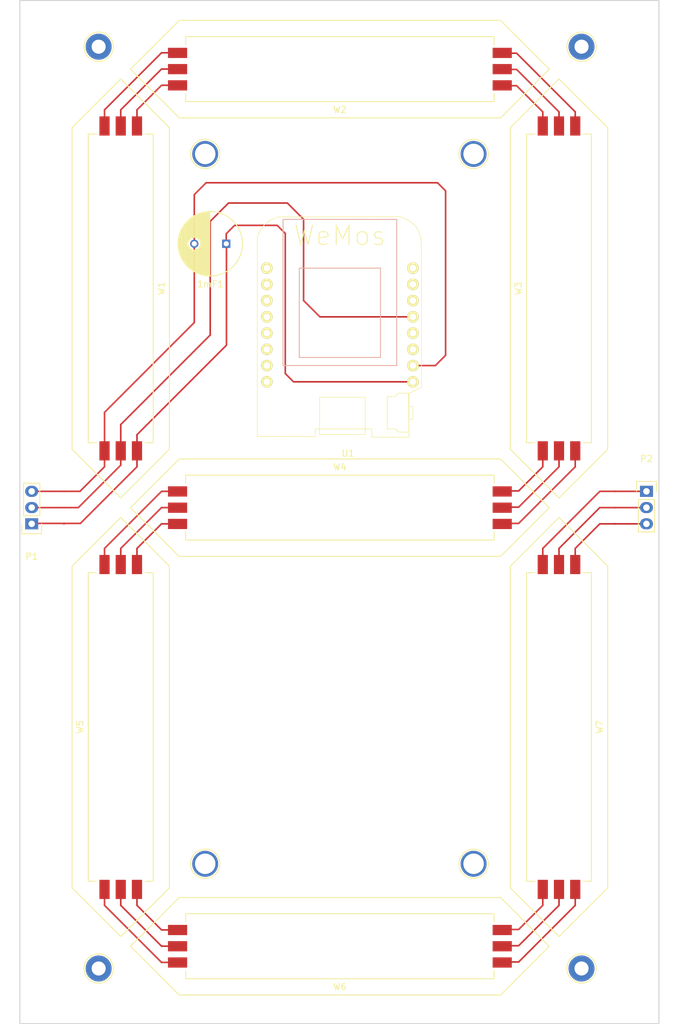
<source format=kicad_pcb>
(kicad_pcb (version 20171130) (host pcbnew "(5.1.4-0-10_14)")

  (general
    (thickness 1.6)
    (drawings 4)
    (tracks 139)
    (zones 0)
    (modules 19)
    (nets 38)
  )

  (page A4 portrait)
  (layers
    (0 F.Cu signal)
    (31 B.Cu signal)
    (32 B.Adhes user)
    (33 F.Adhes user)
    (34 B.Paste user)
    (35 F.Paste user)
    (36 B.SilkS user)
    (37 F.SilkS user)
    (38 B.Mask user)
    (39 F.Mask user)
    (40 Dwgs.User user)
    (41 Cmts.User user)
    (42 Eco1.User user)
    (43 Eco2.User user)
    (44 Edge.Cuts user)
    (45 Margin user)
    (46 B.CrtYd user)
    (47 F.CrtYd user)
    (48 B.Fab user)
    (49 F.Fab user)
  )

  (setup
    (last_trace_width 0.25)
    (trace_clearance 0.2)
    (zone_clearance 0.508)
    (zone_45_only no)
    (trace_min 0.2)
    (via_size 0.6)
    (via_drill 0.4)
    (via_min_size 0.4)
    (via_min_drill 0.3)
    (uvia_size 0.3)
    (uvia_drill 0.1)
    (uvias_allowed no)
    (uvia_min_size 0.2)
    (uvia_min_drill 0.1)
    (edge_width 0.15)
    (segment_width 0.2)
    (pcb_text_width 0.3)
    (pcb_text_size 1.5 1.5)
    (mod_edge_width 0.15)
    (mod_text_size 1 1)
    (mod_text_width 0.15)
    (pad_size 4.064 4.064)
    (pad_drill 3.2)
    (pad_to_mask_clearance 0.2)
    (aux_axis_origin 0 0)
    (visible_elements FFFFFF7F)
    (pcbplotparams
      (layerselection 0x010f0_80000001)
      (usegerberextensions false)
      (usegerberattributes false)
      (usegerberadvancedattributes false)
      (creategerberjobfile false)
      (excludeedgelayer true)
      (linewidth 0.100000)
      (plotframeref false)
      (viasonmask false)
      (mode 1)
      (useauxorigin false)
      (hpglpennumber 1)
      (hpglpenspeed 20)
      (hpglpendiameter 15.000000)
      (psnegative false)
      (psa4output false)
      (plotreference true)
      (plotvalue true)
      (plotinvisibletext false)
      (padsonsilk false)
      (subtractmaskfromsilk false)
      (outputformat 1)
      (mirror false)
      (drillshape 0)
      (scaleselection 1)
      (outputdirectory "gerbers/"))
  )

  (net 0 "")
  (net 1 "Net-(1mF1-Pad1)")
  (net 2 "Net-(1mF1-Pad2)")
  (net 3 "Net-(P1-Pad2)")
  (net 4 "Net-(P2-Pad1)")
  (net 5 "Net-(P2-Pad2)")
  (net 6 "Net-(P2-Pad3)")
  (net 7 "Net-(U1-Pad8)")
  (net 8 "Net-(U1-Pad7)")
  (net 9 "Net-(U1-Pad6)")
  (net 10 "Net-(U1-Pad4)")
  (net 11 "Net-(U1-Pad3)")
  (net 12 "Net-(U1-Pad16)")
  (net 13 "Net-(U1-Pad15)")
  (net 14 "Net-(U1-Pad14)")
  (net 15 "Net-(U1-Pad13)")
  (net 16 "Net-(U1-Pad12)")
  (net 17 "Net-(U1-Pad11)")
  (net 18 "Net-(U1-Pad10)")
  (net 19 "Net-(U1-Pad9)")
  (net 20 "Net-(W1-Pad4)")
  (net 21 "Net-(W1-Pad5)")
  (net 22 "Net-(W1-Pad6)")
  (net 23 "Net-(W2-Pad4)")
  (net 24 "Net-(W2-Pad5)")
  (net 25 "Net-(W2-Pad6)")
  (net 26 "Net-(W3-Pad4)")
  (net 27 "Net-(W3-Pad5)")
  (net 28 "Net-(W3-Pad6)")
  (net 29 "Net-(W4-Pad4)")
  (net 30 "Net-(W4-Pad5)")
  (net 31 "Net-(W4-Pad6)")
  (net 32 "Net-(W5-Pad4)")
  (net 33 "Net-(W5-Pad5)")
  (net 34 "Net-(W5-Pad6)")
  (net 35 "Net-(W6-Pad4)")
  (net 36 "Net-(W6-Pad5)")
  (net 37 "Net-(W6-Pad6)")

  (net_class Default "This is the default net class."
    (clearance 0.2)
    (trace_width 0.25)
    (via_dia 0.6)
    (via_drill 0.4)
    (uvia_dia 0.3)
    (uvia_drill 0.1)
    (add_net "Net-(1mF1-Pad1)")
    (add_net "Net-(1mF1-Pad2)")
    (add_net "Net-(P1-Pad2)")
    (add_net "Net-(P2-Pad1)")
    (add_net "Net-(P2-Pad2)")
    (add_net "Net-(P2-Pad3)")
    (add_net "Net-(U1-Pad10)")
    (add_net "Net-(U1-Pad11)")
    (add_net "Net-(U1-Pad12)")
    (add_net "Net-(U1-Pad13)")
    (add_net "Net-(U1-Pad14)")
    (add_net "Net-(U1-Pad15)")
    (add_net "Net-(U1-Pad16)")
    (add_net "Net-(U1-Pad3)")
    (add_net "Net-(U1-Pad4)")
    (add_net "Net-(U1-Pad6)")
    (add_net "Net-(U1-Pad7)")
    (add_net "Net-(U1-Pad8)")
    (add_net "Net-(U1-Pad9)")
    (add_net "Net-(W1-Pad4)")
    (add_net "Net-(W1-Pad5)")
    (add_net "Net-(W1-Pad6)")
    (add_net "Net-(W2-Pad4)")
    (add_net "Net-(W2-Pad5)")
    (add_net "Net-(W2-Pad6)")
    (add_net "Net-(W3-Pad4)")
    (add_net "Net-(W3-Pad5)")
    (add_net "Net-(W3-Pad6)")
    (add_net "Net-(W4-Pad4)")
    (add_net "Net-(W4-Pad5)")
    (add_net "Net-(W4-Pad6)")
    (add_net "Net-(W5-Pad4)")
    (add_net "Net-(W5-Pad5)")
    (add_net "Net-(W5-Pad6)")
    (add_net "Net-(W6-Pad4)")
    (add_net "Net-(W6-Pad5)")
    (add_net "Net-(W6-Pad6)")
  )

  (module Connectors:1pin (layer F.Cu) (tedit 5BF58B3C) (tstamp 5BF6EB0C)
    (at 77 170)
    (descr "module 1 pin (ou trou mecanique de percage)")
    (tags DEV)
    (fp_text reference REF** (at 0 -3.048) (layer F.SilkS) hide
      (effects (font (size 1 1) (thickness 0.15)))
    )
    (fp_text value 1pin (at 0 2.794) (layer F.Fab) hide
      (effects (font (size 1 1) (thickness 0.15)))
    )
    (fp_circle (center 0 0) (end 0 -2.286) (layer F.SilkS) (width 0.15))
    (pad 1 thru_hole circle (at 0 0) (size 4.064 4.064) (drill 3.2) (layers F.Cu F.Mask))
  )

  (module Connectors:1pin (layer F.Cu) (tedit 5BF58B3C) (tstamp 5BF6EAE1)
    (at 119 170)
    (descr "module 1 pin (ou trou mecanique de percage)")
    (tags DEV)
    (fp_text reference REF** (at 0 -3.048) (layer F.SilkS) hide
      (effects (font (size 1 1) (thickness 0.15)))
    )
    (fp_text value 1pin (at 0 2.794) (layer F.Fab) hide
      (effects (font (size 1 1) (thickness 0.15)))
    )
    (fp_circle (center 0 0) (end 0 -2.286) (layer F.SilkS) (width 0.15))
    (pad 1 thru_hole circle (at 0 0) (size 4.064 4.064) (drill 3.2) (layers F.Cu F.Mask))
  )

  (module Capacitors_THT:C_Radial_D10_L16_P5 (layer F.Cu) (tedit 5BF589B3) (tstamp 5BF4DE28)
    (at 80.295 73.04 180)
    (descr "Radial Electrolytic Capacitor 10mm x Length 16mm, Pitch 5mm")
    (tags "Electrolytic Capacitor")
    (path /5BEB59B9)
    (fp_text reference 1mF1 (at 2.5 -6.3 180) (layer F.SilkS)
      (effects (font (size 1 1) (thickness 0.15)))
    )
    (fp_text value CP (at 2.5 6.3 180) (layer F.Fab)
      (effects (font (size 1 1) (thickness 0.15)))
    )
    (fp_line (start 2.575 -4.999) (end 2.575 4.999) (layer F.SilkS) (width 0.15))
    (fp_line (start 2.715 -4.995) (end 2.715 4.995) (layer F.SilkS) (width 0.15))
    (fp_line (start 2.855 -4.987) (end 2.855 4.987) (layer F.SilkS) (width 0.15))
    (fp_line (start 2.995 -4.975) (end 2.995 4.975) (layer F.SilkS) (width 0.15))
    (fp_line (start 3.135 -4.96) (end 3.135 4.96) (layer F.SilkS) (width 0.15))
    (fp_line (start 3.275 -4.94) (end 3.275 4.94) (layer F.SilkS) (width 0.15))
    (fp_line (start 3.415 -4.916) (end 3.415 4.916) (layer F.SilkS) (width 0.15))
    (fp_line (start 3.555 -4.887) (end 3.555 4.887) (layer F.SilkS) (width 0.15))
    (fp_line (start 3.695 -4.855) (end 3.695 4.855) (layer F.SilkS) (width 0.15))
    (fp_line (start 3.835 -4.818) (end 3.835 4.818) (layer F.SilkS) (width 0.15))
    (fp_line (start 3.975 -4.777) (end 3.975 4.777) (layer F.SilkS) (width 0.15))
    (fp_line (start 4.115 -4.732) (end 4.115 -0.466) (layer F.SilkS) (width 0.15))
    (fp_line (start 4.115 0.466) (end 4.115 4.732) (layer F.SilkS) (width 0.15))
    (fp_line (start 4.255 -4.682) (end 4.255 -0.667) (layer F.SilkS) (width 0.15))
    (fp_line (start 4.255 0.667) (end 4.255 4.682) (layer F.SilkS) (width 0.15))
    (fp_line (start 4.395 -4.627) (end 4.395 -0.796) (layer F.SilkS) (width 0.15))
    (fp_line (start 4.395 0.796) (end 4.395 4.627) (layer F.SilkS) (width 0.15))
    (fp_line (start 4.535 -4.567) (end 4.535 -0.885) (layer F.SilkS) (width 0.15))
    (fp_line (start 4.535 0.885) (end 4.535 4.567) (layer F.SilkS) (width 0.15))
    (fp_line (start 4.675 -4.502) (end 4.675 -0.946) (layer F.SilkS) (width 0.15))
    (fp_line (start 4.675 0.946) (end 4.675 4.502) (layer F.SilkS) (width 0.15))
    (fp_line (start 4.815 -4.432) (end 4.815 -0.983) (layer F.SilkS) (width 0.15))
    (fp_line (start 4.815 0.983) (end 4.815 4.432) (layer F.SilkS) (width 0.15))
    (fp_line (start 4.955 -4.356) (end 4.955 -0.999) (layer F.SilkS) (width 0.15))
    (fp_line (start 4.955 0.999) (end 4.955 4.356) (layer F.SilkS) (width 0.15))
    (fp_line (start 5.095 -4.274) (end 5.095 -0.995) (layer F.SilkS) (width 0.15))
    (fp_line (start 5.095 0.995) (end 5.095 4.274) (layer F.SilkS) (width 0.15))
    (fp_line (start 5.235 -4.186) (end 5.235 -0.972) (layer F.SilkS) (width 0.15))
    (fp_line (start 5.235 0.972) (end 5.235 4.186) (layer F.SilkS) (width 0.15))
    (fp_line (start 5.375 -4.091) (end 5.375 -0.927) (layer F.SilkS) (width 0.15))
    (fp_line (start 5.375 0.927) (end 5.375 4.091) (layer F.SilkS) (width 0.15))
    (fp_line (start 5.515 -3.989) (end 5.515 -0.857) (layer F.SilkS) (width 0.15))
    (fp_line (start 5.515 0.857) (end 5.515 3.989) (layer F.SilkS) (width 0.15))
    (fp_line (start 5.655 -3.879) (end 5.655 -0.756) (layer F.SilkS) (width 0.15))
    (fp_line (start 5.655 0.756) (end 5.655 3.879) (layer F.SilkS) (width 0.15))
    (fp_line (start 5.795 -3.761) (end 5.795 -0.607) (layer F.SilkS) (width 0.15))
    (fp_line (start 5.795 0.607) (end 5.795 3.761) (layer F.SilkS) (width 0.15))
    (fp_line (start 5.935 -3.633) (end 5.935 -0.355) (layer F.SilkS) (width 0.15))
    (fp_line (start 5.935 0.355) (end 5.935 3.633) (layer F.SilkS) (width 0.15))
    (fp_line (start 6.075 -3.496) (end 6.075 3.496) (layer F.SilkS) (width 0.15))
    (fp_line (start 6.215 -3.346) (end 6.215 3.346) (layer F.SilkS) (width 0.15))
    (fp_line (start 6.355 -3.184) (end 6.355 3.184) (layer F.SilkS) (width 0.15))
    (fp_line (start 6.495 -3.007) (end 6.495 3.007) (layer F.SilkS) (width 0.15))
    (fp_line (start 6.635 -2.811) (end 6.635 2.811) (layer F.SilkS) (width 0.15))
    (fp_line (start 6.775 -2.593) (end 6.775 2.593) (layer F.SilkS) (width 0.15))
    (fp_line (start 6.915 -2.347) (end 6.915 2.347) (layer F.SilkS) (width 0.15))
    (fp_line (start 7.055 -2.062) (end 7.055 2.062) (layer F.SilkS) (width 0.15))
    (fp_line (start 7.195 -1.72) (end 7.195 1.72) (layer F.SilkS) (width 0.15))
    (fp_line (start 7.335 -1.274) (end 7.335 1.274) (layer F.SilkS) (width 0.15))
    (fp_line (start 7.475 -0.499) (end 7.475 0.499) (layer F.SilkS) (width 0.15))
    (fp_circle (center 5 0) (end 5 -1) (layer F.SilkS) (width 0.15))
    (fp_circle (center 2.5 0) (end 2.5 -5.0375) (layer F.SilkS) (width 0.15))
    (fp_circle (center 2.5 0) (end 2.5 -5.3) (layer F.CrtYd) (width 0.05))
    (pad 1 thru_hole rect (at 0 0 180) (size 1.3 1.3) (drill 0.8) (layers F.Cu F.Mask)
      (net 1 "Net-(1mF1-Pad1)"))
    (pad 2 thru_hole circle (at 5 0 180) (size 1.3 1.3) (drill 0.8) (layers F.Cu F.Mask)
      (net 2 "Net-(1mF1-Pad2)"))
    (model Capacitors_ThroughHole.3dshapes/C_Radial_D10_L16_P5.wrl
      (offset (xyz 2.500000042453766 0 0))
      (scale (xyz 1 1 1))
      (rotate (xyz 0 0 90))
    )
  )

  (module Pin_Headers:Pin_Header_Straight_1x03 (layer F.Cu) (tedit 5BF589A1) (tstamp 5BF4DE3A)
    (at 49.8475 116.84 180)
    (descr "Through hole pin header")
    (tags "pin header")
    (path /5BEB3ED0)
    (fp_text reference P1 (at 0 -5.1 180) (layer F.SilkS)
      (effects (font (size 1 1) (thickness 0.15)))
    )
    (fp_text value CONN_01X03 (at 0 -3.1 180) (layer F.Fab)
      (effects (font (size 1 1) (thickness 0.15)))
    )
    (fp_line (start -1.75 -1.75) (end -1.75 6.85) (layer F.CrtYd) (width 0.05))
    (fp_line (start 1.75 -1.75) (end 1.75 6.85) (layer F.CrtYd) (width 0.05))
    (fp_line (start -1.75 -1.75) (end 1.75 -1.75) (layer F.CrtYd) (width 0.05))
    (fp_line (start -1.75 6.85) (end 1.75 6.85) (layer F.CrtYd) (width 0.05))
    (fp_line (start -1.27 1.27) (end -1.27 6.35) (layer F.SilkS) (width 0.15))
    (fp_line (start -1.27 6.35) (end 1.27 6.35) (layer F.SilkS) (width 0.15))
    (fp_line (start 1.27 6.35) (end 1.27 1.27) (layer F.SilkS) (width 0.15))
    (fp_line (start 1.55 -1.55) (end 1.55 0) (layer F.SilkS) (width 0.15))
    (fp_line (start 1.27 1.27) (end -1.27 1.27) (layer F.SilkS) (width 0.15))
    (fp_line (start -1.55 0) (end -1.55 -1.55) (layer F.SilkS) (width 0.15))
    (fp_line (start -1.55 -1.55) (end 1.55 -1.55) (layer F.SilkS) (width 0.15))
    (pad 1 thru_hole rect (at 0 0 180) (size 2.032 1.7272) (drill 1.016) (layers F.Cu F.Mask)
      (net 1 "Net-(1mF1-Pad1)"))
    (pad 2 thru_hole oval (at 0 2.54 180) (size 2.032 1.7272) (drill 1.016) (layers F.Cu F.Mask)
      (net 3 "Net-(P1-Pad2)"))
    (pad 3 thru_hole oval (at 0 5.08 180) (size 2.032 1.7272) (drill 1.016) (layers F.Cu F.Mask)
      (net 2 "Net-(1mF1-Pad2)"))
    (model Pin_Headers.3dshapes/Pin_Header_Straight_1x03.wrl
      (offset (xyz 0 -2.539999961853027 0))
      (scale (xyz 1 1 1))
      (rotate (xyz 0 0 90))
    )
  )

  (module Pin_Headers:Pin_Header_Straight_1x03 (layer F.Cu) (tedit 5BF58989) (tstamp 5BF4DE4C)
    (at 146.05 111.76)
    (descr "Through hole pin header")
    (tags "pin header")
    (path /5BEB3179)
    (fp_text reference P2 (at 0 -5.1) (layer F.SilkS)
      (effects (font (size 1 1) (thickness 0.15)))
    )
    (fp_text value CONN_01X03 (at 0 -3.1) (layer F.Fab)
      (effects (font (size 1 1) (thickness 0.15)))
    )
    (fp_line (start -1.75 -1.75) (end -1.75 6.85) (layer F.CrtYd) (width 0.05))
    (fp_line (start 1.75 -1.75) (end 1.75 6.85) (layer F.CrtYd) (width 0.05))
    (fp_line (start -1.75 -1.75) (end 1.75 -1.75) (layer F.CrtYd) (width 0.05))
    (fp_line (start -1.75 6.85) (end 1.75 6.85) (layer F.CrtYd) (width 0.05))
    (fp_line (start -1.27 1.27) (end -1.27 6.35) (layer F.SilkS) (width 0.15))
    (fp_line (start -1.27 6.35) (end 1.27 6.35) (layer F.SilkS) (width 0.15))
    (fp_line (start 1.27 6.35) (end 1.27 1.27) (layer F.SilkS) (width 0.15))
    (fp_line (start 1.55 -1.55) (end 1.55 0) (layer F.SilkS) (width 0.15))
    (fp_line (start 1.27 1.27) (end -1.27 1.27) (layer F.SilkS) (width 0.15))
    (fp_line (start -1.55 0) (end -1.55 -1.55) (layer F.SilkS) (width 0.15))
    (fp_line (start -1.55 -1.55) (end 1.55 -1.55) (layer F.SilkS) (width 0.15))
    (pad 1 thru_hole rect (at 0 0) (size 2.032 1.7272) (drill 1.016) (layers F.Cu F.Mask)
      (net 4 "Net-(P2-Pad1)"))
    (pad 2 thru_hole oval (at 0 2.54) (size 2.032 1.7272) (drill 1.016) (layers F.Cu F.Mask)
      (net 5 "Net-(P2-Pad2)"))
    (pad 3 thru_hole oval (at 0 5.08) (size 2.032 1.7272) (drill 1.016) (layers F.Cu F.Mask)
      (net 6 "Net-(P2-Pad3)"))
    (model Pin_Headers.3dshapes/Pin_Header_Straight_1x03.wrl
      (offset (xyz 0 -2.539999961853027 0))
      (scale (xyz 1 1 1))
      (rotate (xyz 0 0 90))
    )
  )

  (module wemos_d1_mini:D1_mini_board (layer F.Cu) (tedit 5BF58A34) (tstamp 5BF4DE92)
    (at 98.075 87.01)
    (path /5BEB4823)
    (fp_text reference U1 (at 1.27 18.81) (layer F.SilkS)
      (effects (font (size 1 1) (thickness 0.15)))
    )
    (fp_text value WeMos_mini (at 1.27 -19.05) (layer F.Fab)
      (effects (font (size 1 1) (thickness 0.15)))
    )
    (fp_text user WeMos (at 0 -15.24) (layer F.SilkS)
      (effects (font (size 3 3) (thickness 0.15)))
    )
    (fp_line (start -6.35 3.81) (end -6.35 -10.16) (layer B.SilkS) (width 0.15))
    (fp_line (start -6.35 -10.16) (end 6.35 -10.16) (layer B.SilkS) (width 0.15))
    (fp_line (start 6.35 -10.16) (end 6.35 3.81) (layer B.SilkS) (width 0.15))
    (fp_line (start 6.35 3.81) (end -6.35 3.81) (layer B.SilkS) (width 0.15))
    (fp_line (start -8.89 5.08) (end 8.89 5.08) (layer B.SilkS) (width 0.15))
    (fp_line (start 8.89 5.08) (end 8.89 -17.78) (layer B.SilkS) (width 0.15))
    (fp_line (start 8.89 -17.78) (end -8.89 -17.78) (layer B.SilkS) (width 0.15))
    (fp_line (start -8.89 -17.78) (end -8.89 5.08) (layer B.SilkS) (width 0.15))
    (fp_line (start 10.817472 16.277228) (end 5.00618 16.277228) (layer F.SilkS) (width 0.1))
    (fp_line (start 5.00618 16.277228) (end 4.979849 14.993795) (layer F.SilkS) (width 0.1))
    (fp_line (start 4.979849 14.993795) (end -3.851373 15.000483) (layer F.SilkS) (width 0.1))
    (fp_line (start -3.851373 15.000483) (end -3.849397 16.202736) (layer F.SilkS) (width 0.1))
    (fp_line (start -3.849397 16.202736) (end -12.930193 16.176658) (layer F.SilkS) (width 0.1))
    (fp_line (start -12.930193 16.176658) (end -12.916195 -14.993493) (layer F.SilkS) (width 0.1))
    (fp_line (start -12.916195 -14.993493) (end -12.683384 -15.596286) (layer F.SilkS) (width 0.1))
    (fp_line (start -12.683384 -15.596286) (end -12.399901 -16.141167) (layer F.SilkS) (width 0.1))
    (fp_line (start -12.399901 -16.141167) (end -12.065253 -16.627577) (layer F.SilkS) (width 0.1))
    (fp_line (start -12.065253 -16.627577) (end -11.678953 -17.054952) (layer F.SilkS) (width 0.1))
    (fp_line (start -11.678953 -17.054952) (end -11.240512 -17.422741) (layer F.SilkS) (width 0.1))
    (fp_line (start -11.240512 -17.422741) (end -10.74944 -17.730377) (layer F.SilkS) (width 0.1))
    (fp_line (start -10.74944 -17.730377) (end -10.20525 -17.97731) (layer F.SilkS) (width 0.1))
    (fp_line (start -10.20525 -17.97731) (end -9.607453 -18.162976) (layer F.SilkS) (width 0.1))
    (fp_line (start -9.607453 -18.162976) (end 9.43046 -18.191734) (layer F.SilkS) (width 0.1))
    (fp_line (start 9.43046 -18.191734) (end 10.049824 -17.957741) (layer F.SilkS) (width 0.1))
    (fp_line (start 10.049824 -17.957741) (end 10.638018 -17.673258) (layer F.SilkS) (width 0.1))
    (fp_line (start 10.638018 -17.673258) (end 11.181445 -17.323743) (layer F.SilkS) (width 0.1))
    (fp_line (start 11.181445 -17.323743) (end 11.666503 -16.894658) (layer F.SilkS) (width 0.1))
    (fp_line (start 11.666503 -16.894658) (end 12.079595 -16.37146) (layer F.SilkS) (width 0.1))
    (fp_line (start 12.079595 -16.37146) (end 12.407122 -15.739613) (layer F.SilkS) (width 0.1))
    (fp_line (start 12.407122 -15.739613) (end 12.635482 -14.984575) (layer F.SilkS) (width 0.1))
    (fp_line (start 12.635482 -14.984575) (end 12.751078 -14.091807) (layer F.SilkS) (width 0.1))
    (fp_line (start 12.751078 -14.091807) (end 12.776026 8.463285) (layer F.SilkS) (width 0.1))
    (fp_line (start 12.776026 8.463285) (end 10.83248 9.424181) (layer F.SilkS) (width 0.1))
    (fp_line (start 10.83248 9.424181) (end 10.802686 16.232524) (layer F.SilkS) (width 0.1))
    (fp_line (start -3.17965 10.051451) (end 3.959931 10.051451) (layer F.SilkS) (width 0.1))
    (fp_line (start 3.959931 10.051451) (end 3.959931 15.865188) (layer F.SilkS) (width 0.1))
    (fp_line (start 3.959931 15.865188) (end -3.17965 15.865188) (layer F.SilkS) (width 0.1))
    (fp_line (start -3.17965 15.865188) (end -3.17965 10.051451) (layer F.SilkS) (width 0.1))
    (fp_line (start 10.7436 9.402349) (end 9.191378 9.402349) (layer F.SilkS) (width 0.1))
    (fp_line (start 9.191378 9.402349) (end 8.662211 9.931515) (layer F.SilkS) (width 0.1))
    (fp_line (start 8.662211 9.931515) (end 7.40985 9.931515) (layer F.SilkS) (width 0.1))
    (fp_line (start 7.40985 9.931515) (end 7.40985 14.993876) (layer F.SilkS) (width 0.1))
    (fp_line (start 7.40985 14.993876) (end 8.697489 14.993876) (layer F.SilkS) (width 0.1))
    (fp_line (start 8.697489 14.993876) (end 9.226656 15.487765) (layer F.SilkS) (width 0.1))
    (fp_line (start 9.226656 15.487765) (end 10.796517 15.487765) (layer F.SilkS) (width 0.1))
    (fp_line (start 10.796517 15.487765) (end 10.7436 9.402349) (layer F.SilkS) (width 0.1))
    (fp_line (start 10.778878 11.483738) (end 11.431517 11.483738) (layer F.SilkS) (width 0.1))
    (fp_line (start 11.431517 11.483738) (end 11.431517 13.476932) (layer F.SilkS) (width 0.1))
    (fp_line (start 11.431517 13.476932) (end 10.814156 13.476932) (layer F.SilkS) (width 0.1))
    (pad 8 thru_hole circle (at -11.43 -10.16) (size 1.8 1.8) (drill 1.016) (layers F.Cu F.SilkS F.Mask)
      (net 7 "Net-(U1-Pad8)"))
    (pad 7 thru_hole circle (at -11.43 -7.62) (size 1.8 1.8) (drill 1.016) (layers F.Cu F.SilkS F.Mask)
      (net 8 "Net-(U1-Pad7)"))
    (pad 6 thru_hole circle (at -11.43 -5.08) (size 1.8 1.8) (drill 1.016) (layers F.Cu F.SilkS F.Mask)
      (net 9 "Net-(U1-Pad6)"))
    (pad 5 thru_hole circle (at -11.43 -2.54) (size 1.8 1.8) (drill 1.016) (layers F.Cu F.SilkS F.Mask)
      (net 3 "Net-(P1-Pad2)"))
    (pad 4 thru_hole circle (at -11.43 0) (size 1.8 1.8) (drill 1.016) (layers F.Cu F.SilkS F.Mask)
      (net 10 "Net-(U1-Pad4)"))
    (pad 3 thru_hole circle (at -11.43 2.54) (size 1.8 1.8) (drill 1.016) (layers F.Cu F.SilkS F.Mask)
      (net 11 "Net-(U1-Pad3)"))
    (pad 2 thru_hole circle (at -11.43 5.08) (size 1.8 1.8) (drill 1.016) (layers F.Cu F.SilkS F.Mask)
      (net 2 "Net-(1mF1-Pad2)"))
    (pad 1 thru_hole circle (at -11.43 7.62) (size 1.8 1.8) (drill 1.016) (layers F.Cu F.SilkS F.Mask)
      (net 1 "Net-(1mF1-Pad1)"))
    (pad 16 thru_hole circle (at 11.43 7.62) (size 1.8 1.8) (drill 1.016) (layers F.Cu F.SilkS F.Mask)
      (net 12 "Net-(U1-Pad16)"))
    (pad 15 thru_hole circle (at 11.43 5.08) (size 1.8 1.8) (drill 1.016) (layers F.Cu F.SilkS F.Mask)
      (net 13 "Net-(U1-Pad15)"))
    (pad 14 thru_hole circle (at 11.43 2.54) (size 1.8 1.8) (drill 1.016) (layers F.Cu F.SilkS F.Mask)
      (net 14 "Net-(U1-Pad14)"))
    (pad 13 thru_hole circle (at 11.43 0) (size 1.8 1.8) (drill 1.016) (layers F.Cu F.SilkS F.Mask)
      (net 15 "Net-(U1-Pad13)"))
    (pad 12 thru_hole circle (at 11.43 -2.54) (size 1.8 1.8) (drill 1.016) (layers F.Cu F.SilkS F.Mask)
      (net 16 "Net-(U1-Pad12)"))
    (pad 11 thru_hole circle (at 11.43 -5.08) (size 1.8 1.8) (drill 1.016) (layers F.Cu F.SilkS F.Mask)
      (net 17 "Net-(U1-Pad11)"))
    (pad 10 thru_hole circle (at 11.43 -7.62) (size 1.8 1.8) (drill 1.016) (layers F.Cu F.SilkS F.Mask)
      (net 18 "Net-(U1-Pad10)"))
    (pad 9 thru_hole circle (at 11.43 -10.16) (size 1.8 1.8) (drill 1.016) (layers F.Cu F.SilkS F.Mask)
      (net 19 "Net-(U1-Pad9)"))
  )

  (module WS2812Bx3:WS2812b (layer F.Cu) (tedit 5BF47113) (tstamp 5BF4DEA2)
    (at 63.785 80.025 90)
    (path /5BF48DC6)
    (fp_text reference W1 (at 0 6.35 90) (layer F.SilkS)
      (effects (font (size 1 1) (thickness 0.15)))
    )
    (fp_text value WS2812Bx3 (at 0 -6.35 90) (layer F.Fab) hide
      (effects (font (size 1 1) (thickness 0.15)))
    )
    (fp_line (start -32.766 0) (end -25.146 -7.62) (layer F.SilkS) (width 0.15))
    (fp_line (start -25.146 -7.62) (end 25.146 -7.62) (layer F.SilkS) (width 0.15))
    (fp_line (start 25.146 -7.62) (end 32.766 0) (layer F.SilkS) (width 0.15))
    (fp_line (start 32.766 0) (end 25.146 7.62) (layer F.SilkS) (width 0.15))
    (fp_line (start 25.146 7.62) (end -25.146 7.62) (layer F.SilkS) (width 0.15))
    (fp_line (start -25.146 7.62) (end -32.766 0) (layer F.SilkS) (width 0.15))
    (fp_line (start -24.13 3.81) (end -24.13 5.08) (layer F.SilkS) (width 0.15))
    (fp_line (start -24.13 5.08) (end 24.13 5.08) (layer F.SilkS) (width 0.15))
    (fp_line (start 24.13 5.08) (end 24.13 3.81) (layer F.SilkS) (width 0.15))
    (fp_line (start 24.13 -3.81) (end 24.13 -5.08) (layer F.SilkS) (width 0.15))
    (fp_line (start 24.13 -5.08) (end -24.13 -5.08) (layer F.SilkS) (width 0.15))
    (fp_line (start -24.13 -5.08) (end -24.13 -3.81) (layer F.SilkS) (width 0.15))
    (pad 1 smd rect (at -25.4 -2.54 90) (size 3 1.6) (layers F.Cu F.Paste F.Mask)
      (net 2 "Net-(1mF1-Pad2)"))
    (pad 2 smd rect (at -25.4 0 90) (size 3 1.6) (layers F.Cu F.Paste F.Mask)
      (net 3 "Net-(P1-Pad2)"))
    (pad 3 smd rect (at -25.4 2.54 90) (size 3 1.6) (layers F.Cu F.Paste F.Mask)
      (net 1 "Net-(1mF1-Pad1)"))
    (pad 6 smd rect (at 25.4 -2.54 90) (size 3 1.6) (layers F.Cu F.Paste F.Mask)
      (net 22 "Net-(W1-Pad6)"))
    (pad 5 smd rect (at 25.4 0 90) (size 3 1.6) (layers F.Cu F.Paste F.Mask)
      (net 21 "Net-(W1-Pad5)"))
    (pad 4 smd rect (at 25.4 2.54 90) (size 3 1.6) (layers F.Cu F.Paste F.Mask)
      (net 20 "Net-(W1-Pad4)"))
  )

  (module WS2812Bx3:WS2812b (layer F.Cu) (tedit 5BF47113) (tstamp 5BF4DEB2)
    (at 98.075 45.735)
    (path /5BF491B6)
    (fp_text reference W2 (at 0 6.35) (layer F.SilkS)
      (effects (font (size 1 1) (thickness 0.15)))
    )
    (fp_text value WS2812Bx3 (at 0 -6.35) (layer F.Fab) hide
      (effects (font (size 1 1) (thickness 0.15)))
    )
    (fp_line (start -32.766 0) (end -25.146 -7.62) (layer F.SilkS) (width 0.15))
    (fp_line (start -25.146 -7.62) (end 25.146 -7.62) (layer F.SilkS) (width 0.15))
    (fp_line (start 25.146 -7.62) (end 32.766 0) (layer F.SilkS) (width 0.15))
    (fp_line (start 32.766 0) (end 25.146 7.62) (layer F.SilkS) (width 0.15))
    (fp_line (start 25.146 7.62) (end -25.146 7.62) (layer F.SilkS) (width 0.15))
    (fp_line (start -25.146 7.62) (end -32.766 0) (layer F.SilkS) (width 0.15))
    (fp_line (start -24.13 3.81) (end -24.13 5.08) (layer F.SilkS) (width 0.15))
    (fp_line (start -24.13 5.08) (end 24.13 5.08) (layer F.SilkS) (width 0.15))
    (fp_line (start 24.13 5.08) (end 24.13 3.81) (layer F.SilkS) (width 0.15))
    (fp_line (start 24.13 -3.81) (end 24.13 -5.08) (layer F.SilkS) (width 0.15))
    (fp_line (start 24.13 -5.08) (end -24.13 -5.08) (layer F.SilkS) (width 0.15))
    (fp_line (start -24.13 -5.08) (end -24.13 -3.81) (layer F.SilkS) (width 0.15))
    (pad 1 smd rect (at -25.4 -2.54) (size 3 1.6) (layers F.Cu F.Paste F.Mask)
      (net 22 "Net-(W1-Pad6)"))
    (pad 2 smd rect (at -25.4 0) (size 3 1.6) (layers F.Cu F.Paste F.Mask)
      (net 21 "Net-(W1-Pad5)"))
    (pad 3 smd rect (at -25.4 2.54) (size 3 1.6) (layers F.Cu F.Paste F.Mask)
      (net 20 "Net-(W1-Pad4)"))
    (pad 6 smd rect (at 25.4 -2.54) (size 3 1.6) (layers F.Cu F.Paste F.Mask)
      (net 25 "Net-(W2-Pad6)"))
    (pad 5 smd rect (at 25.4 0) (size 3 1.6) (layers F.Cu F.Paste F.Mask)
      (net 24 "Net-(W2-Pad5)"))
    (pad 4 smd rect (at 25.4 2.54) (size 3 1.6) (layers F.Cu F.Paste F.Mask)
      (net 23 "Net-(W2-Pad4)"))
  )

  (module WS2812Bx3:WS2812b (layer F.Cu) (tedit 5BF47113) (tstamp 5BF4DEC2)
    (at 132.365 80.025 270)
    (path /5BF49314)
    (fp_text reference W3 (at 0 6.35 270) (layer F.SilkS)
      (effects (font (size 1 1) (thickness 0.15)))
    )
    (fp_text value WS2812Bx3 (at 0 -6.35 270) (layer F.Fab) hide
      (effects (font (size 1 1) (thickness 0.15)))
    )
    (fp_line (start -32.766 0) (end -25.146 -7.62) (layer F.SilkS) (width 0.15))
    (fp_line (start -25.146 -7.62) (end 25.146 -7.62) (layer F.SilkS) (width 0.15))
    (fp_line (start 25.146 -7.62) (end 32.766 0) (layer F.SilkS) (width 0.15))
    (fp_line (start 32.766 0) (end 25.146 7.62) (layer F.SilkS) (width 0.15))
    (fp_line (start 25.146 7.62) (end -25.146 7.62) (layer F.SilkS) (width 0.15))
    (fp_line (start -25.146 7.62) (end -32.766 0) (layer F.SilkS) (width 0.15))
    (fp_line (start -24.13 3.81) (end -24.13 5.08) (layer F.SilkS) (width 0.15))
    (fp_line (start -24.13 5.08) (end 24.13 5.08) (layer F.SilkS) (width 0.15))
    (fp_line (start 24.13 5.08) (end 24.13 3.81) (layer F.SilkS) (width 0.15))
    (fp_line (start 24.13 -3.81) (end 24.13 -5.08) (layer F.SilkS) (width 0.15))
    (fp_line (start 24.13 -5.08) (end -24.13 -5.08) (layer F.SilkS) (width 0.15))
    (fp_line (start -24.13 -5.08) (end -24.13 -3.81) (layer F.SilkS) (width 0.15))
    (pad 1 smd rect (at -25.4 -2.54 270) (size 3 1.6) (layers F.Cu F.Paste F.Mask)
      (net 25 "Net-(W2-Pad6)"))
    (pad 2 smd rect (at -25.4 0 270) (size 3 1.6) (layers F.Cu F.Paste F.Mask)
      (net 24 "Net-(W2-Pad5)"))
    (pad 3 smd rect (at -25.4 2.54 270) (size 3 1.6) (layers F.Cu F.Paste F.Mask)
      (net 23 "Net-(W2-Pad4)"))
    (pad 6 smd rect (at 25.4 -2.54 270) (size 3 1.6) (layers F.Cu F.Paste F.Mask)
      (net 28 "Net-(W3-Pad6)"))
    (pad 5 smd rect (at 25.4 0 270) (size 3 1.6) (layers F.Cu F.Paste F.Mask)
      (net 27 "Net-(W3-Pad5)"))
    (pad 4 smd rect (at 25.4 2.54 270) (size 3 1.6) (layers F.Cu F.Paste F.Mask)
      (net 26 "Net-(W3-Pad4)"))
  )

  (module WS2812Bx3:WS2812b (layer F.Cu) (tedit 5BF47113) (tstamp 5BF4DED2)
    (at 98.075 114.315 180)
    (path /5BF4920A)
    (fp_text reference W4 (at 0 6.35 180) (layer F.SilkS)
      (effects (font (size 1 1) (thickness 0.15)))
    )
    (fp_text value WS2812Bx3 (at 0 -6.35 180) (layer F.Fab) hide
      (effects (font (size 1 1) (thickness 0.15)))
    )
    (fp_line (start -32.766 0) (end -25.146 -7.62) (layer F.SilkS) (width 0.15))
    (fp_line (start -25.146 -7.62) (end 25.146 -7.62) (layer F.SilkS) (width 0.15))
    (fp_line (start 25.146 -7.62) (end 32.766 0) (layer F.SilkS) (width 0.15))
    (fp_line (start 32.766 0) (end 25.146 7.62) (layer F.SilkS) (width 0.15))
    (fp_line (start 25.146 7.62) (end -25.146 7.62) (layer F.SilkS) (width 0.15))
    (fp_line (start -25.146 7.62) (end -32.766 0) (layer F.SilkS) (width 0.15))
    (fp_line (start -24.13 3.81) (end -24.13 5.08) (layer F.SilkS) (width 0.15))
    (fp_line (start -24.13 5.08) (end 24.13 5.08) (layer F.SilkS) (width 0.15))
    (fp_line (start 24.13 5.08) (end 24.13 3.81) (layer F.SilkS) (width 0.15))
    (fp_line (start 24.13 -3.81) (end 24.13 -5.08) (layer F.SilkS) (width 0.15))
    (fp_line (start 24.13 -5.08) (end -24.13 -5.08) (layer F.SilkS) (width 0.15))
    (fp_line (start -24.13 -5.08) (end -24.13 -3.81) (layer F.SilkS) (width 0.15))
    (pad 1 smd rect (at -25.4 -2.54 180) (size 3 1.6) (layers F.Cu F.Paste F.Mask)
      (net 28 "Net-(W3-Pad6)"))
    (pad 2 smd rect (at -25.4 0 180) (size 3 1.6) (layers F.Cu F.Paste F.Mask)
      (net 27 "Net-(W3-Pad5)"))
    (pad 3 smd rect (at -25.4 2.54 180) (size 3 1.6) (layers F.Cu F.Paste F.Mask)
      (net 26 "Net-(W3-Pad4)"))
    (pad 6 smd rect (at 25.4 -2.54 180) (size 3 1.6) (layers F.Cu F.Paste F.Mask)
      (net 31 "Net-(W4-Pad6)"))
    (pad 5 smd rect (at 25.4 0 180) (size 3 1.6) (layers F.Cu F.Paste F.Mask)
      (net 30 "Net-(W4-Pad5)"))
    (pad 4 smd rect (at 25.4 2.54 180) (size 3 1.6) (layers F.Cu F.Paste F.Mask)
      (net 29 "Net-(W4-Pad4)"))
  )

  (module WS2812Bx3:WS2812b (layer F.Cu) (tedit 5BF47113) (tstamp 5BF4DEE2)
    (at 63.785 148.605 270)
    (path /5BF49390)
    (fp_text reference W5 (at 0 6.35 270) (layer F.SilkS)
      (effects (font (size 1 1) (thickness 0.15)))
    )
    (fp_text value WS2812Bx3 (at 0 -6.35 270) (layer F.Fab) hide
      (effects (font (size 1 1) (thickness 0.15)))
    )
    (fp_line (start -32.766 0) (end -25.146 -7.62) (layer F.SilkS) (width 0.15))
    (fp_line (start -25.146 -7.62) (end 25.146 -7.62) (layer F.SilkS) (width 0.15))
    (fp_line (start 25.146 -7.62) (end 32.766 0) (layer F.SilkS) (width 0.15))
    (fp_line (start 32.766 0) (end 25.146 7.62) (layer F.SilkS) (width 0.15))
    (fp_line (start 25.146 7.62) (end -25.146 7.62) (layer F.SilkS) (width 0.15))
    (fp_line (start -25.146 7.62) (end -32.766 0) (layer F.SilkS) (width 0.15))
    (fp_line (start -24.13 3.81) (end -24.13 5.08) (layer F.SilkS) (width 0.15))
    (fp_line (start -24.13 5.08) (end 24.13 5.08) (layer F.SilkS) (width 0.15))
    (fp_line (start 24.13 5.08) (end 24.13 3.81) (layer F.SilkS) (width 0.15))
    (fp_line (start 24.13 -3.81) (end 24.13 -5.08) (layer F.SilkS) (width 0.15))
    (fp_line (start 24.13 -5.08) (end -24.13 -5.08) (layer F.SilkS) (width 0.15))
    (fp_line (start -24.13 -5.08) (end -24.13 -3.81) (layer F.SilkS) (width 0.15))
    (pad 1 smd rect (at -25.4 -2.54 270) (size 3 1.6) (layers F.Cu F.Paste F.Mask)
      (net 31 "Net-(W4-Pad6)"))
    (pad 2 smd rect (at -25.4 0 270) (size 3 1.6) (layers F.Cu F.Paste F.Mask)
      (net 30 "Net-(W4-Pad5)"))
    (pad 3 smd rect (at -25.4 2.54 270) (size 3 1.6) (layers F.Cu F.Paste F.Mask)
      (net 29 "Net-(W4-Pad4)"))
    (pad 6 smd rect (at 25.4 -2.54 270) (size 3 1.6) (layers F.Cu F.Paste F.Mask)
      (net 34 "Net-(W5-Pad6)"))
    (pad 5 smd rect (at 25.4 0 270) (size 3 1.6) (layers F.Cu F.Paste F.Mask)
      (net 33 "Net-(W5-Pad5)"))
    (pad 4 smd rect (at 25.4 2.54 270) (size 3 1.6) (layers F.Cu F.Paste F.Mask)
      (net 32 "Net-(W5-Pad4)"))
  )

  (module WS2812Bx3:WS2812b (layer F.Cu) (tedit 5BF47113) (tstamp 5BF4DF02)
    (at 132.365 148.605 90)
    (path /5BF492BF)
    (fp_text reference W7 (at 0 6.35 90) (layer F.SilkS)
      (effects (font (size 1 1) (thickness 0.15)))
    )
    (fp_text value WS2812Bx3 (at 0 -6.35 90) (layer F.Fab) hide
      (effects (font (size 1 1) (thickness 0.15)))
    )
    (fp_line (start -32.766 0) (end -25.146 -7.62) (layer F.SilkS) (width 0.15))
    (fp_line (start -25.146 -7.62) (end 25.146 -7.62) (layer F.SilkS) (width 0.15))
    (fp_line (start 25.146 -7.62) (end 32.766 0) (layer F.SilkS) (width 0.15))
    (fp_line (start 32.766 0) (end 25.146 7.62) (layer F.SilkS) (width 0.15))
    (fp_line (start 25.146 7.62) (end -25.146 7.62) (layer F.SilkS) (width 0.15))
    (fp_line (start -25.146 7.62) (end -32.766 0) (layer F.SilkS) (width 0.15))
    (fp_line (start -24.13 3.81) (end -24.13 5.08) (layer F.SilkS) (width 0.15))
    (fp_line (start -24.13 5.08) (end 24.13 5.08) (layer F.SilkS) (width 0.15))
    (fp_line (start 24.13 5.08) (end 24.13 3.81) (layer F.SilkS) (width 0.15))
    (fp_line (start 24.13 -3.81) (end 24.13 -5.08) (layer F.SilkS) (width 0.15))
    (fp_line (start 24.13 -5.08) (end -24.13 -5.08) (layer F.SilkS) (width 0.15))
    (fp_line (start -24.13 -5.08) (end -24.13 -3.81) (layer F.SilkS) (width 0.15))
    (pad 1 smd rect (at -25.4 -2.54 90) (size 3 1.6) (layers F.Cu F.Paste F.Mask)
      (net 37 "Net-(W6-Pad6)"))
    (pad 2 smd rect (at -25.4 0 90) (size 3 1.6) (layers F.Cu F.Paste F.Mask)
      (net 36 "Net-(W6-Pad5)"))
    (pad 3 smd rect (at -25.4 2.54 90) (size 3 1.6) (layers F.Cu F.Paste F.Mask)
      (net 35 "Net-(W6-Pad4)"))
    (pad 6 smd rect (at 25.4 -2.54 90) (size 3 1.6) (layers F.Cu F.Paste F.Mask)
      (net 4 "Net-(P2-Pad1)"))
    (pad 5 smd rect (at 25.4 0 90) (size 3 1.6) (layers F.Cu F.Paste F.Mask)
      (net 5 "Net-(P2-Pad2)"))
    (pad 4 smd rect (at 25.4 2.54 90) (size 3 1.6) (layers F.Cu F.Paste F.Mask)
      (net 6 "Net-(P2-Pad3)"))
  )

  (module WS2812Bx3:WS2812b (layer F.Cu) (tedit 5BF47113) (tstamp 5BF4DEF2)
    (at 98.075 182.895)
    (path /5BF4926D)
    (fp_text reference W6 (at 0 6.35) (layer F.SilkS)
      (effects (font (size 1 1) (thickness 0.15)))
    )
    (fp_text value WS2812Bx3 (at 0 -6.35) (layer F.Fab) hide
      (effects (font (size 1 1) (thickness 0.15)))
    )
    (fp_line (start -32.766 0) (end -25.146 -7.62) (layer F.SilkS) (width 0.15))
    (fp_line (start -25.146 -7.62) (end 25.146 -7.62) (layer F.SilkS) (width 0.15))
    (fp_line (start 25.146 -7.62) (end 32.766 0) (layer F.SilkS) (width 0.15))
    (fp_line (start 32.766 0) (end 25.146 7.62) (layer F.SilkS) (width 0.15))
    (fp_line (start 25.146 7.62) (end -25.146 7.62) (layer F.SilkS) (width 0.15))
    (fp_line (start -25.146 7.62) (end -32.766 0) (layer F.SilkS) (width 0.15))
    (fp_line (start -24.13 3.81) (end -24.13 5.08) (layer F.SilkS) (width 0.15))
    (fp_line (start -24.13 5.08) (end 24.13 5.08) (layer F.SilkS) (width 0.15))
    (fp_line (start 24.13 5.08) (end 24.13 3.81) (layer F.SilkS) (width 0.15))
    (fp_line (start 24.13 -3.81) (end 24.13 -5.08) (layer F.SilkS) (width 0.15))
    (fp_line (start 24.13 -5.08) (end -24.13 -5.08) (layer F.SilkS) (width 0.15))
    (fp_line (start -24.13 -5.08) (end -24.13 -3.81) (layer F.SilkS) (width 0.15))
    (pad 1 smd rect (at -25.4 -2.54) (size 3 1.6) (layers F.Cu F.Paste F.Mask)
      (net 34 "Net-(W5-Pad6)"))
    (pad 2 smd rect (at -25.4 0) (size 3 1.6) (layers F.Cu F.Paste F.Mask)
      (net 33 "Net-(W5-Pad5)"))
    (pad 3 smd rect (at -25.4 2.54) (size 3 1.6) (layers F.Cu F.Paste F.Mask)
      (net 32 "Net-(W5-Pad4)"))
    (pad 6 smd rect (at 25.4 -2.54) (size 3 1.6) (layers F.Cu F.Paste F.Mask)
      (net 37 "Net-(W6-Pad6)"))
    (pad 5 smd rect (at 25.4 0) (size 3 1.6) (layers F.Cu F.Paste F.Mask)
      (net 36 "Net-(W6-Pad5)"))
    (pad 4 smd rect (at 25.4 2.54) (size 3 1.6) (layers F.Cu F.Paste F.Mask)
      (net 35 "Net-(W6-Pad4)"))
  )

  (module Connectors:1pin (layer F.Cu) (tedit 5BF58A48) (tstamp 5BF8B570)
    (at 135.89 42.2275)
    (descr "module 1 pin (ou trou mecanique de percage)")
    (tags DEV)
    (fp_text reference REF** (at 0 -3.048) (layer F.SilkS) hide
      (effects (font (size 1 1) (thickness 0.15)))
    )
    (fp_text value 1pin (at 0 2.794) (layer F.Fab) hide
      (effects (font (size 1 1) (thickness 0.15)))
    )
    (fp_circle (center 0 0) (end 0 -2.286) (layer F.SilkS) (width 0.15))
    (pad 1 thru_hole circle (at 0 0) (size 4.064 4.064) (drill 2.2) (layers F.Cu F.Mask))
  )

  (module Connectors:1pin (layer F.Cu) (tedit 5BF58A55) (tstamp 5BF8B582)
    (at 60.325 42.2275)
    (descr "module 1 pin (ou trou mecanique de percage)")
    (tags DEV)
    (fp_text reference REF** (at 0 -3.048) (layer F.SilkS) hide
      (effects (font (size 1 1) (thickness 0.15)))
    )
    (fp_text value 1pin (at 0 2.794) (layer F.Fab) hide
      (effects (font (size 1 1) (thickness 0.15)))
    )
    (fp_circle (center 0 0) (end 0 -2.286) (layer F.SilkS) (width 0.15))
    (pad 1 thru_hole circle (at 0 0) (size 4.064 4.064) (drill 2.2) (layers F.Cu F.Mask))
  )

  (module Connectors:1pin (layer F.Cu) (tedit 5BF58A61) (tstamp 5BF8B58D)
    (at 60.325 186.3725)
    (descr "module 1 pin (ou trou mecanique de percage)")
    (tags DEV)
    (fp_text reference REF** (at 0 -3.048) (layer F.SilkS) hide
      (effects (font (size 1 1) (thickness 0.15)))
    )
    (fp_text value 1pin (at 0 2.794) (layer F.Fab) hide
      (effects (font (size 1 1) (thickness 0.15)))
    )
    (fp_circle (center 0 0) (end 0 -2.286) (layer F.SilkS) (width 0.15))
    (pad 1 thru_hole circle (at 0 0) (size 4.064 4.064) (drill 2.2) (layers F.Cu F.Mask))
  )

  (module Connectors:1pin (layer F.Cu) (tedit 5BF58A6C) (tstamp 5BF8B5A3)
    (at 135.89 186.3725)
    (descr "module 1 pin (ou trou mecanique de percage)")
    (tags DEV)
    (fp_text reference REF** (at 0 -3.048) (layer F.SilkS) hide
      (effects (font (size 1 1) (thickness 0.15)))
    )
    (fp_text value 1pin (at 0 2.794) (layer F.Fab) hide
      (effects (font (size 1 1) (thickness 0.15)))
    )
    (fp_circle (center 0 0) (end 0 -2.286) (layer F.SilkS) (width 0.15))
    (pad 1 thru_hole circle (at 0 0) (size 4.064 4.064) (drill 2.2) (layers F.Cu F.Mask))
  )

  (module Connectors:1pin (layer F.Cu) (tedit 5BF58B3C) (tstamp 5BF8BB82)
    (at 77 59)
    (descr "module 1 pin (ou trou mecanique de percage)")
    (tags DEV)
    (fp_text reference REF** (at 0 -3.048) (layer F.SilkS) hide
      (effects (font (size 1 1) (thickness 0.15)))
    )
    (fp_text value 1pin (at 0 2.794) (layer F.Fab) hide
      (effects (font (size 1 1) (thickness 0.15)))
    )
    (fp_circle (center 0 0) (end 0 -2.286) (layer F.SilkS) (width 0.15))
    (pad 1 thru_hole circle (at 0 0) (size 4.064 4.064) (drill 3.2) (layers F.Cu F.Mask))
  )

  (module Connectors:1pin (layer F.Cu) (tedit 5BF58B4D) (tstamp 5BF8BB8D)
    (at 119 59)
    (descr "module 1 pin (ou trou mecanique de percage)")
    (tags DEV)
    (fp_text reference REF** (at 0 -3.048) (layer F.SilkS) hide
      (effects (font (size 1 1) (thickness 0.15)))
    )
    (fp_text value 1pin (at 0 2.794) (layer F.Fab) hide
      (effects (font (size 1 1) (thickness 0.15)))
    )
    (fp_circle (center 0 0) (end 0 -2.286) (layer F.SilkS) (width 0.15))
    (pad 1 thru_hole circle (at 0 0) (size 4.064 4.064) (drill 3.2) (layers F.Cu F.Mask))
  )

  (gr_line (start 48 195) (end 48 35) (angle 90) (layer Edge.Cuts) (width 0.15))
  (gr_line (start 148 195) (end 48 195) (angle 90) (layer Edge.Cuts) (width 0.15))
  (gr_line (start 148 35) (end 148 195) (angle 90) (layer Edge.Cuts) (width 0.15))
  (gr_line (start 48 35) (end 148 35) (angle 90) (layer Edge.Cuts) (width 0.15))

  (segment (start 54.91875 116.775) (end 49.9125 116.775) (width 0.25) (layer F.Cu) (net 1))
  (segment (start 49.9125 116.775) (end 49.8475 116.84) (width 0.25) (layer F.Cu) (net 1) (tstamp 5BF8BBEB))
  (segment (start 80.295 73.04) (end 80.295 71.47) (width 0.25) (layer F.Cu) (net 1))
  (segment (start 80.295 71.47) (end 81.5975 70.1675) (width 0.25) (layer F.Cu) (net 1) (tstamp 5BF583BD))
  (segment (start 66.325 105.425) (end 66.325 102.9025) (width 0.25) (layer F.Cu) (net 1))
  (segment (start 80.3275 88.9) (end 80.3275 73.0725) (width 0.25) (layer F.Cu) (net 1) (tstamp 5BF58341))
  (segment (start 66.325 102.9025) (end 80.3275 88.9) (width 0.25) (layer F.Cu) (net 1) (tstamp 5BF5833F))
  (segment (start 80.3275 73.0725) (end 80.295 73.04) (width 0.25) (layer F.Cu) (net 1) (tstamp 5BF5834A))
  (segment (start 66.325 105.425) (end 66.325 107.9175) (width 0.25) (layer F.Cu) (net 1))
  (segment (start 57.4675 116.775) (end 54.91875 116.775) (width 0.25) (layer F.Cu) (net 1) (tstamp 5BF5824D))
  (segment (start 54.91875 116.775) (end 54.975 116.775) (width 0.25) (layer F.Cu) (net 1) (tstamp 5BF8BBE9))
  (segment (start 66.325 107.9175) (end 57.4675 116.775) (width 0.25) (layer F.Cu) (net 1) (tstamp 5BF5824B))
  (segment (start 54.975 116.775) (end 54.895 116.855) (width 0.25) (layer F.Cu) (net 1) (tstamp 5BF58255))
  (segment (start 81.5975 70.1675) (end 88.265 70.1675) (width 0.25) (layer F.Cu) (net 1) (tstamp 5BF583C4))
  (segment (start 88.265 70.1675) (end 89.535 71.4375) (width 0.25) (layer F.Cu) (net 1) (tstamp 5BF583CE))
  (segment (start 89.535 71.4375) (end 89.535 93.345) (width 0.25) (layer F.Cu) (net 1) (tstamp 5BF583D1))
  (segment (start 89.535 93.345) (end 90.82 94.63) (width 0.25) (layer F.Cu) (net 1) (tstamp 5BF583E0))
  (segment (start 54.9275 111.76) (end 49.8475 111.76) (width 0.25) (layer F.Cu) (net 2))
  (segment (start 75.295 73.04) (end 75.295 85.36) (width 0.25) (layer F.Cu) (net 2))
  (segment (start 61.245 99.41) (end 61.245 105.425) (width 0.25) (layer F.Cu) (net 2) (tstamp 5BF584A2))
  (segment (start 75.295 85.36) (end 61.245 99.41) (width 0.25) (layer F.Cu) (net 2) (tstamp 5BF5849E))
  (segment (start 75.295 65.3575) (end 75.295 73.04) (width 0.25) (layer F.Cu) (net 2) (tstamp 5BF58443))
  (segment (start 77.1525 63.5) (end 75.295 65.3575) (width 0.25) (layer F.Cu) (net 2) (tstamp 5BF5843A))
  (segment (start 113.3475 63.5) (end 77.1525 63.5) (width 0.25) (layer F.Cu) (net 2) (tstamp 5BF5842C))
  (segment (start 114.6175 64.77) (end 113.3475 63.5) (width 0.25) (layer F.Cu) (net 2) (tstamp 5BF58424))
  (segment (start 114.6175 90.4875) (end 114.6175 64.77) (width 0.25) (layer F.Cu) (net 2) (tstamp 5BF58421))
  (segment (start 61.245 105.425) (end 61.245 107.9175) (width 0.25) (layer F.Cu) (net 2))
  (segment (start 61.245 107.9175) (end 57.4025 111.76) (width 0.25) (layer F.Cu) (net 2) (tstamp 5BF58239))
  (segment (start 57.4025 111.76) (end 54.9275 111.76) (width 0.25) (layer F.Cu) (net 2) (tstamp 5BF5823C))
  (segment (start 54.9275 111.76) (end 54.91 111.76) (width 0.25) (layer F.Cu) (net 2) (tstamp 5BF8BBE1))
  (segment (start 54.91 111.76) (end 54.895 111.775) (width 0.25) (layer F.Cu) (net 2) (tstamp 5BF5823E))
  (segment (start 113.015 92.09) (end 114.6175 90.4875) (width 0.25) (layer F.Cu) (net 2) (tstamp 5BF5841D))
  (segment (start 54.9275 114.3) (end 49.8475 114.3) (width 0.25) (layer F.Cu) (net 3))
  (segment (start 63.785 105.425) (end 63.785 101.315) (width 0.25) (layer F.Cu) (net 3))
  (segment (start 63.785 101.315) (end 77.7875 87.3125) (width 0.25) (layer F.Cu) (net 3) (tstamp 5BF5846C))
  (segment (start 63.785 105.425) (end 63.785 107.665) (width 0.25) (layer F.Cu) (net 3))
  (segment (start 57.15 114.3) (end 54.9275 114.3) (width 0.25) (layer F.Cu) (net 3) (tstamp 5BF58244))
  (segment (start 54.9275 114.3) (end 54.91 114.3) (width 0.25) (layer F.Cu) (net 3) (tstamp 5BF8BBE5))
  (segment (start 63.785 107.665) (end 57.15 114.3) (width 0.25) (layer F.Cu) (net 3) (tstamp 5BF58242))
  (segment (start 54.91 114.3) (end 54.895 114.315) (width 0.25) (layer F.Cu) (net 3) (tstamp 5BF58247))
  (segment (start 77.7875 87.3125) (end 77.7875 69.5325) (width 0.25) (layer F.Cu) (net 3) (tstamp 5BF58474))
  (segment (start 77.7875 69.5325) (end 80.645 66.675) (width 0.25) (layer F.Cu) (net 3) (tstamp 5BF58479))
  (segment (start 80.645 66.675) (end 89.8525 66.675) (width 0.25) (layer F.Cu) (net 3) (tstamp 5BF5847C))
  (segment (start 89.8525 66.675) (end 92.3925 69.215) (width 0.25) (layer F.Cu) (net 3) (tstamp 5BF58480))
  (segment (start 92.3925 69.215) (end 92.3925 81.915) (width 0.25) (layer F.Cu) (net 3) (tstamp 5BF5848B))
  (segment (start 92.3925 81.915) (end 94.9475 84.47) (width 0.25) (layer F.Cu) (net 3) (tstamp 5BF5848D))
  (segment (start 140.97 111.76) (end 146.05 111.76) (width 0.25) (layer F.Cu) (net 4))
  (segment (start 129.825 123.205) (end 129.825 120.6825) (width 0.25) (layer F.Cu) (net 4))
  (segment (start 138.7475 111.76) (end 140.97 111.76) (width 0.25) (layer F.Cu) (net 4) (tstamp 5BF582DA))
  (segment (start 140.97 111.76) (end 141.24 111.76) (width 0.25) (layer F.Cu) (net 4) (tstamp 5BF8BC00))
  (segment (start 129.825 120.6825) (end 138.7475 111.76) (width 0.25) (layer F.Cu) (net 4) (tstamp 5BF582D9))
  (segment (start 141.24 111.76) (end 141.255 111.775) (width 0.25) (layer F.Cu) (net 4) (tstamp 5BF582DE))
  (segment (start 140.97 114.3) (end 146.05 114.3) (width 0.25) (layer F.Cu) (net 5))
  (segment (start 132.365 123.205) (end 132.365 120.6825) (width 0.25) (layer F.Cu) (net 5))
  (segment (start 138.7475 114.3) (end 140.97 114.3) (width 0.25) (layer F.Cu) (net 5) (tstamp 5BF582E3))
  (segment (start 140.97 114.3) (end 141.24 114.3) (width 0.25) (layer F.Cu) (net 5) (tstamp 5BF8BC04))
  (segment (start 132.365 120.6825) (end 138.7475 114.3) (width 0.25) (layer F.Cu) (net 5) (tstamp 5BF582E1))
  (segment (start 141.24 114.3) (end 141.255 114.315) (width 0.25) (layer F.Cu) (net 5) (tstamp 5BF582E6))
  (segment (start 140.97 116.84) (end 146.05 116.84) (width 0.25) (layer F.Cu) (net 6))
  (segment (start 134.905 123.205) (end 134.905 120.6825) (width 0.25) (layer F.Cu) (net 6))
  (segment (start 138.7475 116.84) (end 140.97 116.84) (width 0.25) (layer F.Cu) (net 6) (tstamp 5BF582ED))
  (segment (start 140.97 116.84) (end 141.24 116.84) (width 0.25) (layer F.Cu) (net 6) (tstamp 5BF8BC08))
  (segment (start 134.905 120.6825) (end 138.7475 116.84) (width 0.25) (layer F.Cu) (net 6) (tstamp 5BF582EB))
  (segment (start 141.24 116.84) (end 141.255 116.855) (width 0.25) (layer F.Cu) (net 6) (tstamp 5BF582F0))
  (segment (start 90.82 94.63) (end 109.505 94.63) (width 0.25) (layer F.Cu) (net 12) (tstamp 5BF583E9))
  (segment (start 109.505 92.09) (end 113.015 92.09) (width 0.25) (layer F.Cu) (net 13))
  (segment (start 94.9475 84.47) (end 109.505 84.47) (width 0.25) (layer F.Cu) (net 16) (tstamp 5BF58497))
  (segment (start 66.325 54.625) (end 66.325 52.1025) (width 0.25) (layer F.Cu) (net 20))
  (segment (start 70.1675 48.26) (end 72.66 48.26) (width 0.25) (layer F.Cu) (net 20) (tstamp 5BF581E7))
  (segment (start 66.325 52.1025) (end 70.1675 48.26) (width 0.25) (layer F.Cu) (net 20) (tstamp 5BF581E3))
  (segment (start 72.66 48.26) (end 72.675 48.275) (width 0.25) (layer F.Cu) (net 20) (tstamp 5BF581EA))
  (segment (start 63.785 54.625) (end 63.785 52.1025) (width 0.25) (layer F.Cu) (net 21))
  (segment (start 70.1675 45.72) (end 72.66 45.72) (width 0.25) (layer F.Cu) (net 21) (tstamp 5BF581F0))
  (segment (start 63.785 52.1025) (end 70.1675 45.72) (width 0.25) (layer F.Cu) (net 21) (tstamp 5BF581ED))
  (segment (start 72.66 45.72) (end 72.675 45.735) (width 0.25) (layer F.Cu) (net 21) (tstamp 5BF581F2))
  (segment (start 61.245 54.625) (end 61.245 52.1025) (width 0.25) (layer F.Cu) (net 22))
  (segment (start 70.1675 43.18) (end 72.66 43.18) (width 0.25) (layer F.Cu) (net 22) (tstamp 5BF581F6))
  (segment (start 61.245 52.1025) (end 70.1675 43.18) (width 0.25) (layer F.Cu) (net 22) (tstamp 5BF581F5))
  (segment (start 72.66 43.18) (end 72.675 43.195) (width 0.25) (layer F.Cu) (net 22) (tstamp 5BF581FA))
  (segment (start 129.825 54.625) (end 129.825 52.42) (width 0.25) (layer F.Cu) (net 23))
  (segment (start 125.73 48.325) (end 123.525 48.325) (width 0.25) (layer F.Cu) (net 23) (tstamp 5BF58208))
  (segment (start 129.825 52.42) (end 125.73 48.325) (width 0.25) (layer F.Cu) (net 23) (tstamp 5BF58204))
  (segment (start 123.525 48.325) (end 123.475 48.275) (width 0.25) (layer F.Cu) (net 23) (tstamp 5BF5820C))
  (segment (start 132.365 54.625) (end 132.365 52.42) (width 0.25) (layer F.Cu) (net 24))
  (segment (start 125.73 45.785) (end 123.525 45.785) (width 0.25) (layer F.Cu) (net 24) (tstamp 5BF5821F))
  (segment (start 132.365 52.42) (end 125.73 45.785) (width 0.25) (layer F.Cu) (net 24) (tstamp 5BF5821D))
  (segment (start 123.525 45.785) (end 123.475 45.735) (width 0.25) (layer F.Cu) (net 24) (tstamp 5BF58222))
  (segment (start 134.905 54.625) (end 134.905 52.42) (width 0.25) (layer F.Cu) (net 25))
  (segment (start 125.73 43.245) (end 123.525 43.245) (width 0.25) (layer F.Cu) (net 25) (tstamp 5BF58228))
  (segment (start 134.905 52.42) (end 125.73 43.245) (width 0.25) (layer F.Cu) (net 25) (tstamp 5BF58226))
  (segment (start 123.525 43.245) (end 123.475 43.195) (width 0.25) (layer F.Cu) (net 25) (tstamp 5BF5822C))
  (segment (start 129.825 105.425) (end 129.825 107.9175) (width 0.25) (layer F.Cu) (net 26))
  (segment (start 126.0475 111.695) (end 123.555 111.695) (width 0.25) (layer F.Cu) (net 26) (tstamp 5BF582C0))
  (segment (start 129.825 107.9175) (end 126.0475 111.695) (width 0.25) (layer F.Cu) (net 26) (tstamp 5BF582BF))
  (segment (start 123.555 111.695) (end 123.475 111.775) (width 0.25) (layer F.Cu) (net 26) (tstamp 5BF582C4))
  (segment (start 132.365 105.425) (end 132.365 107.9175) (width 0.25) (layer F.Cu) (net 27))
  (segment (start 126.0475 114.235) (end 123.555 114.235) (width 0.25) (layer F.Cu) (net 27) (tstamp 5BF582C9))
  (segment (start 132.365 107.9175) (end 126.0475 114.235) (width 0.25) (layer F.Cu) (net 27) (tstamp 5BF582C7))
  (segment (start 123.555 114.235) (end 123.475 114.315) (width 0.25) (layer F.Cu) (net 27) (tstamp 5BF582CC))
  (segment (start 134.905 105.425) (end 134.905 107.9175) (width 0.25) (layer F.Cu) (net 28))
  (segment (start 126.0475 116.775) (end 123.555 116.775) (width 0.25) (layer F.Cu) (net 28) (tstamp 5BF582D1))
  (segment (start 134.905 107.9175) (end 126.0475 116.775) (width 0.25) (layer F.Cu) (net 28) (tstamp 5BF582CF))
  (segment (start 123.555 116.775) (end 123.475 116.855) (width 0.25) (layer F.Cu) (net 28) (tstamp 5BF582D5))
  (segment (start 61.245 123.205) (end 61.245 120.6825) (width 0.25) (layer F.Cu) (net 29))
  (segment (start 70.1675 111.76) (end 72.66 111.76) (width 0.25) (layer F.Cu) (net 29) (tstamp 5BF5825F))
  (segment (start 61.245 120.6825) (end 70.1675 111.76) (width 0.25) (layer F.Cu) (net 29) (tstamp 5BF5825C))
  (segment (start 72.66 111.76) (end 72.675 111.775) (width 0.25) (layer F.Cu) (net 29) (tstamp 5BF58263))
  (segment (start 63.785 123.205) (end 63.785 120.6825) (width 0.25) (layer F.Cu) (net 30))
  (segment (start 70.1675 114.3) (end 72.66 114.3) (width 0.25) (layer F.Cu) (net 30) (tstamp 5BF58268))
  (segment (start 63.785 120.6825) (end 70.1675 114.3) (width 0.25) (layer F.Cu) (net 30) (tstamp 5BF58267))
  (segment (start 72.66 114.3) (end 72.675 114.315) (width 0.25) (layer F.Cu) (net 30) (tstamp 5BF5826B))
  (segment (start 66.325 123.205) (end 66.325 120.6825) (width 0.25) (layer F.Cu) (net 31))
  (segment (start 70.1675 116.84) (end 72.66 116.84) (width 0.25) (layer F.Cu) (net 31) (tstamp 5BF5826F))
  (segment (start 66.325 120.6825) (end 70.1675 116.84) (width 0.25) (layer F.Cu) (net 31) (tstamp 5BF5826E))
  (segment (start 72.66 116.84) (end 72.675 116.855) (width 0.25) (layer F.Cu) (net 31) (tstamp 5BF58273))
  (segment (start 61.245 174.005) (end 61.245 176.4975) (width 0.25) (layer F.Cu) (net 32))
  (segment (start 70.1675 185.42) (end 72.66 185.42) (width 0.25) (layer F.Cu) (net 32) (tstamp 5BF5828D))
  (segment (start 61.245 176.4975) (end 70.1675 185.42) (width 0.25) (layer F.Cu) (net 32) (tstamp 5BF5828C))
  (segment (start 72.66 185.42) (end 72.675 185.435) (width 0.25) (layer F.Cu) (net 32) (tstamp 5BF58290))
  (segment (start 63.785 174.005) (end 63.785 176.4975) (width 0.25) (layer F.Cu) (net 33))
  (segment (start 70.1675 182.88) (end 72.66 182.88) (width 0.25) (layer F.Cu) (net 33) (tstamp 5BF58283))
  (segment (start 63.785 176.4975) (end 70.1675 182.88) (width 0.25) (layer F.Cu) (net 33) (tstamp 5BF58282))
  (segment (start 72.66 182.88) (end 72.675 182.895) (width 0.25) (layer F.Cu) (net 33) (tstamp 5BF58288))
  (segment (start 66.325 174.005) (end 66.325 176.4975) (width 0.25) (layer F.Cu) (net 34))
  (segment (start 70.1675 180.34) (end 72.66 180.34) (width 0.25) (layer F.Cu) (net 34) (tstamp 5BF5827B))
  (segment (start 66.325 176.4975) (end 70.1675 180.34) (width 0.25) (layer F.Cu) (net 34) (tstamp 5BF58279))
  (segment (start 72.66 180.34) (end 72.675 180.355) (width 0.25) (layer F.Cu) (net 34) (tstamp 5BF5827F))
  (segment (start 134.905 174.005) (end 134.905 176.4975) (width 0.25) (layer F.Cu) (net 35))
  (segment (start 126.0475 185.355) (end 123.555 185.355) (width 0.25) (layer F.Cu) (net 35) (tstamp 5BF582B3))
  (segment (start 134.905 176.4975) (end 126.0475 185.355) (width 0.25) (layer F.Cu) (net 35) (tstamp 5BF582B1))
  (segment (start 123.555 185.355) (end 123.475 185.435) (width 0.25) (layer F.Cu) (net 35) (tstamp 5BF582B6))
  (segment (start 132.365 174.005) (end 132.365 176.4975) (width 0.25) (layer F.Cu) (net 36))
  (segment (start 126.0475 182.815) (end 123.555 182.815) (width 0.25) (layer F.Cu) (net 36) (tstamp 5BF582AB))
  (segment (start 132.365 176.4975) (end 126.0475 182.815) (width 0.25) (layer F.Cu) (net 36) (tstamp 5BF582A9))
  (segment (start 123.555 182.815) (end 123.475 182.895) (width 0.25) (layer F.Cu) (net 36) (tstamp 5BF582AE))
  (segment (start 129.825 174.005) (end 129.825 176.4975) (width 0.25) (layer F.Cu) (net 37))
  (segment (start 126.0475 180.275) (end 123.555 180.275) (width 0.25) (layer F.Cu) (net 37) (tstamp 5BF582A4))
  (segment (start 129.825 176.4975) (end 126.0475 180.275) (width 0.25) (layer F.Cu) (net 37) (tstamp 5BF582A3))
  (segment (start 123.555 180.275) (end 123.475 180.355) (width 0.25) (layer F.Cu) (net 37) (tstamp 5BF582A5))

)

</source>
